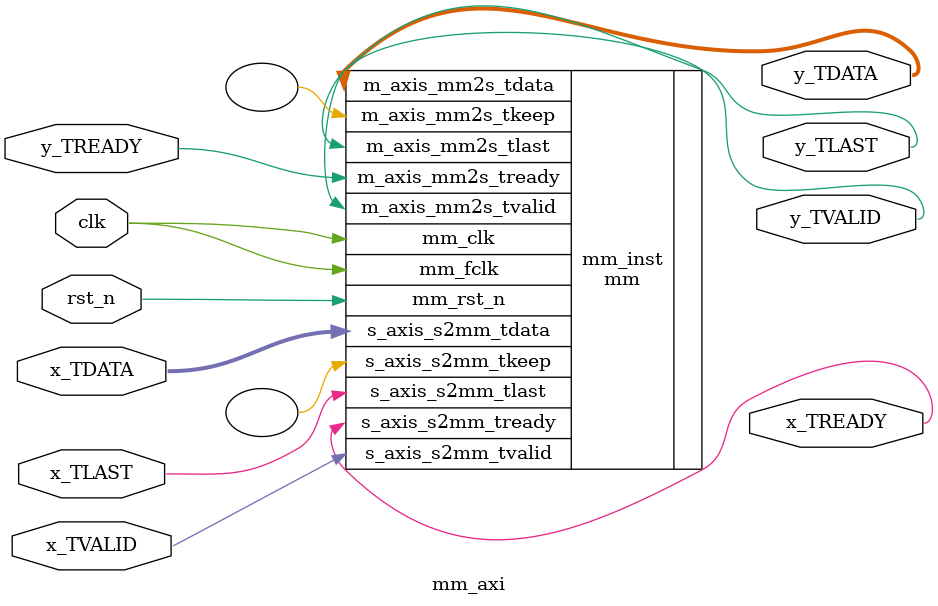
<source format=v>

module mm_axi 
#(
	parameter M=16,
	parameter N1=16,
	parameter N2=16
) (
        clk,
//        fclk,
        rst_n,
	// incoming stream
        x_TDATA,
        x_TVALID,
        x_TREADY,
        x_TLAST,
	// outgoing stream
        y_TDATA,
        y_TVALID,
        y_TREADY,
        y_TLAST
);

input   clk;
// input   fclk;
input   rst_n;
input  [31:0] x_TDATA;
input   x_TVALID;
output   x_TREADY;
input  [0:0] x_TLAST;
output  [31:0] y_TDATA;
output   y_TVALID;
input   y_TREADY;
output  [0:0] y_TLAST;

mm #(.M(M), .N1(N1), .N2(N2), .D_W(8), .D_W_ACC(16))
mm_inst (
	.mm_clk(clk),
	.mm_fclk(clk),
	.mm_rst_n(rst_n),

	.s_axis_s2mm_tdata(x_TDATA),
	.s_axis_s2mm_tkeep(),
	.s_axis_s2mm_tlast(x_TLAST),
	.s_axis_s2mm_tready(x_TREADY),
	.s_axis_s2mm_tvalid(x_TVALID),

	.m_axis_mm2s_tdata(y_TDATA),
	.m_axis_mm2s_tkeep(),
	.m_axis_mm2s_tlast(y_TLAST),
	.m_axis_mm2s_tready(y_TREADY),
	.m_axis_mm2s_tvalid(y_TVALID)
);

endmodule //mm_axi


</source>
